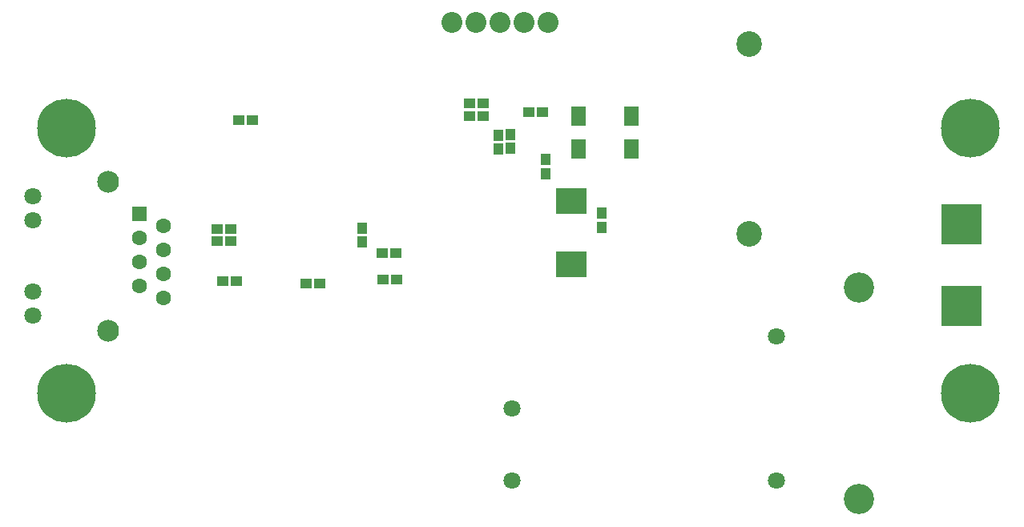
<source format=gbs>
G04*
G04 #@! TF.GenerationSoftware,Altium Limited,Altium Designer,21.0.8 (223)*
G04*
G04 Layer_Color=16711935*
%FSLAX44Y44*%
%MOMM*%
G71*
G04*
G04 #@! TF.SameCoordinates,2EEA6137-B325-4497-8457-BD4E04CF0BC7*
G04*
G04*
G04 #@! TF.FilePolarity,Negative*
G04*
G01*
G75*
%ADD30R,1.1032X1.1532*%
%ADD33R,1.1532X1.1032*%
%ADD35C,2.2032*%
%ADD36C,1.8032*%
%ADD37C,2.7032*%
%ADD38C,1.6032*%
%ADD39R,1.6032X1.6032*%
%ADD40C,2.3032*%
%ADD41R,4.2032X4.2032*%
%ADD42C,3.2032*%
%ADD43C,6.2032*%
%ADD63R,1.5032X2.1032*%
%ADD64R,3.2032X2.8032*%
D30*
X329000Y322500D02*
D03*
Y308000D02*
D03*
X316000Y307500D02*
D03*
Y322000D02*
D03*
X172000Y208750D02*
D03*
Y223250D02*
D03*
X425000Y239250D02*
D03*
Y224750D02*
D03*
X366000Y281500D02*
D03*
Y296000D02*
D03*
D33*
X18750Y210000D02*
D03*
X33250D02*
D03*
Y223000D02*
D03*
X18750D02*
D03*
X208250Y169000D02*
D03*
X193750D02*
D03*
X207797Y197000D02*
D03*
X193297D02*
D03*
X300250Y342000D02*
D03*
X285750D02*
D03*
X300250Y356000D02*
D03*
X285750D02*
D03*
X347750Y346000D02*
D03*
X362250D02*
D03*
X39250Y168000D02*
D03*
X24750D02*
D03*
X41750Y338000D02*
D03*
X56250D02*
D03*
X112750Y165000D02*
D03*
X127250D02*
D03*
D35*
X266600Y441000D02*
D03*
X292000D02*
D03*
X317400D02*
D03*
X342800D02*
D03*
X368200D02*
D03*
D36*
X610000Y-43000D02*
D03*
X609750Y109250D02*
D03*
X330000Y-43000D02*
D03*
Y33000D02*
D03*
X-175918Y257496D02*
D03*
Y232096D02*
D03*
Y131004D02*
D03*
Y156404D02*
D03*
D37*
X581000Y218000D02*
D03*
Y418000D02*
D03*
D38*
X-38021Y200600D02*
D03*
Y226000D02*
D03*
Y175200D02*
D03*
Y149800D02*
D03*
X-63421Y213300D02*
D03*
Y187900D02*
D03*
Y162500D02*
D03*
D39*
Y238700D02*
D03*
D40*
X-96416Y273000D02*
D03*
Y115500D02*
D03*
D41*
X805000Y228000D02*
D03*
Y141000D02*
D03*
D42*
X697000Y-63000D02*
D03*
Y161000D02*
D03*
D43*
X814458Y329472D02*
D03*
Y49472D02*
D03*
X-140542Y329472D02*
D03*
Y49472D02*
D03*
D63*
X400500Y307250D02*
D03*
X456750D02*
D03*
Y341750D02*
D03*
X400500Y341750D02*
D03*
D64*
X393000Y252000D02*
D03*
Y185000D02*
D03*
M02*

</source>
